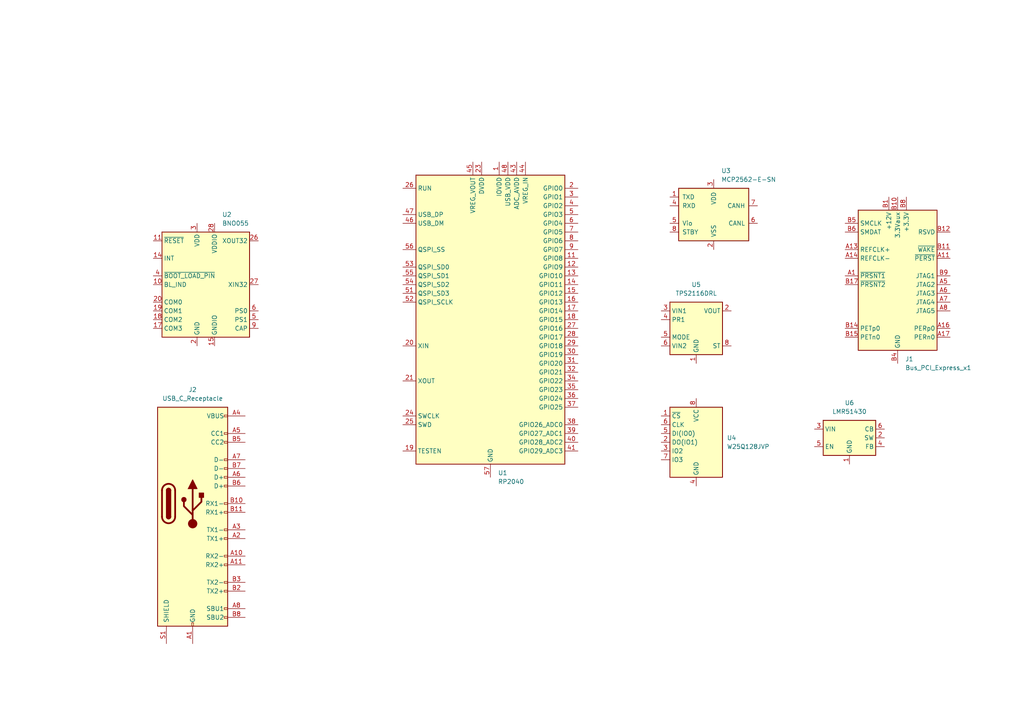
<source format=kicad_sch>
(kicad_sch (version 20231120) (generator "eeschema") (generator_version "8.0")
  (paper "A4")
  (lib_symbols
    (symbol "Connector:Bus_PCI_Express_x1"
      (property "Reference" "J" (at -8.89 22.86 0))
      (property "Value" "Bus_PCI_Express_x1" (at 12.7 22.86 0))
      (symbol "Bus_PCI_Express_x1_0_1"
        (rectangle (start -11.43 21.59) (end 11.43 -19.05) (stroke (width 0.254)) (fill (type background)))
      )
      (symbol "Bus_PCI_Express_x1_1_1"
        (pin passive line (at -15.24 2.54 0) (length 3.81) (name "~{PRSNT1}") (number "A1"))
        (pin passive line (at 2.54 25.4 270) (length 3.81) hide (name "+3.3V") (number "A10"))
        (pin input line (at 15.24 7.62 180) (length 3.81) (name "~{PERST}") (number "A11"))
        (pin passive line (at 0 -22.86 90) (length 3.81) hide (name "GND") (number "A12"))
        (pin input line (at -15.24 10.16 0) (length 3.81) (name "REFCLK+") (number "A13"))
        (pin input line (at -15.24 7.62 0) (length 3.81) (name "REFCLK-") (number "A14"))
        (pin passive line (at 0 -22.86 90) (length 3.81) hide (name "GND") (number "A15"))
        (pin output line (at 15.24 -12.7 180) (length 3.81) (name "PERp0") (number "A16"))
        (pin output line (at 15.24 -15.24 180) (length 3.81) (name "PERn0") (number "A17"))
        (pin passive line (at 0 -22.86 90) (length 3.81) hide (name "GND") (number "A18"))
        (pin passive line (at -2.54 25.4 270) (length 3.81) hide (name "+12V") (number "A2"))
        (pin passive line (at -2.54 25.4 270) (length 3.81) hide (name "+12V") (number "A3"))
        (pin passive line (at 0 -22.86 90) (length 3.81) hide (name "GND") (number "A4"))
        (pin input line (at 15.24 0 180) (length 3.81) (name "JTAG2") (number "A5"))
        (pin input line (at 15.24 -2.54 180) (length 3.81) (name "JTAG3") (number "A6"))
        (pin output line (at 15.24 -5.08 180) (length 3.81) (name "JTAG4") (number "A7"))
        (pin input line (at 15.24 -7.62 180) (length 3.81) (name "JTAG5") (number "A8"))
        (pin passive line (at 2.54 25.4 270) (length 3.81) hide (name "+3.3V") (number "A9"))
        (pin power_in line (at -2.54 25.4 270) (length 3.81) (name "+12V") (number "B1"))
        (pin power_in line (at 0 25.4 270) (length 3.81) (name "3.3Vaux") (number "B10"))
        (pin open_collector line (at 15.24 10.16 180) (length 3.81) (name "~{WAKE}") (number "B11"))
        (pin passive line (at 15.24 15.24 180) (length 3.81) (name "RSVD") (number "B12"))
        (pin passive line (at 0 -22.86 90) (length 3.81) hide (name "GND") (number "B13"))
        (pin input line (at -15.24 -12.7 0) (length 3.81) (name "PETp0") (number "B14"))
        (pin input line (at -15.24 -15.24 0) (length 3.81) (name "PETn0") (number "B15"))
        (pin passive line (at 0 -22.86 90) (length 3.81) hide (name "GND") (number "B16"))
        (pin passive line (at -15.24 0 0) (length 3.81) (name "~{PRSNT2}") (number "B17"))
        (pin passive line (at 0 -22.86 90) (length 3.81) hide (name "GND") (number "B18"))
        (pin passive line (at -2.54 25.4 270) (length 3.81) hide (name "+12V") (number "B2"))
        (pin passive line (at -2.54 25.4 270) (length 3.81) hide (name "+12V") (number "B3"))
        (pin power_in line (at 0 -22.86 90) (length 3.81) (name "GND") (number "B4"))
        (pin input line (at -15.24 17.78 0) (length 3.81) (name "SMCLK") (number "B5"))
        (pin bidirectional line (at -15.24 15.24 0) (length 3.81) (name "SMDAT") (number "B6"))
        (pin passive line (at 0 -22.86 90) (length 3.81) hide (name "GND") (number "B7"))
        (pin power_in line (at 2.54 25.4 270) (length 3.81) (name "+3.3V") (number "B8"))
        (pin input line (at 15.24 2.54 180) (length 3.81) (name "JTAG1") (number "B9"))
      )
    )
    (symbol "Connector:USB_C_Receptacle" (pin_names (offset 1.016))
      (property "Reference" "J" (at -10.16 29.21 0))
      (property "Value" "USB_C_Receptacle" (at 10.16 29.21 0))
      (symbol "USB_C_Receptacle_0_0"
        (rectangle (start -0.254 -35.56) (end 0.254 -34.544))
        (rectangle (start 10.16 -32.766) (end 9.144 -33.274))
        (rectangle (start 10.16 -30.226) (end 9.144 -30.734))
        (rectangle (start 10.16 -25.146) (end 9.144 -25.654))
        (rectangle (start 10.16 -22.606) (end 9.144 -23.114))
        (rectangle (start 10.16 -17.526) (end 9.144 -18.034))
        (rectangle (start 10.16 -14.986) (end 9.144 -15.494))
        (rectangle (start 10.16 -9.906) (end 9.144 -10.414))
        (rectangle (start 10.16 -7.366) (end 9.144 -7.874))
        (rectangle (start 10.16 -2.286) (end 9.144 -2.794))
        (rectangle (start 10.16 0.254) (end 9.144 -0.254))
        (rectangle (start 10.16 5.334) (end 9.144 4.826))
        (rectangle (start 10.16 7.874) (end 9.144 7.366))
        (rectangle (start 10.16 10.414) (end 9.144 9.906))
        (rectangle (start 10.16 12.954) (end 9.144 12.446))
        (rectangle (start 10.16 18.034) (end 9.144 17.526))
        (rectangle (start 10.16 20.574) (end 9.144 20.066))
        (rectangle (start 10.16 25.654) (end 9.144 25.146))
      )
      (symbol "USB_C_Receptacle_0_1"
        (rectangle (start -10.16 27.94) (end 10.16 -35.56) (stroke (width 0.254)) (fill (type background)))
        (arc (start -8.89 -3.81) (mid -6.985 -5.7067) (end -5.08 -3.81) (stroke (width 0.508)))
        (arc (start -7.62 -3.81) (mid -6.985 -4.4423) (end -6.35 -3.81) (stroke (width 0.254)))
        (arc (start -7.62 -3.81) (mid -6.985 -4.4423) (end -6.35 -3.81) (stroke (width 0.254)) (fill (type outline)))
        (rectangle (start -7.62 -3.81) (end -6.35 3.81) (stroke (width 0.254)) (fill (type outline)))
        (arc (start -6.35 3.81) (mid -6.985 4.4423) (end -7.62 3.81) (stroke (width 0.254)))
        (arc (start -6.35 3.81) (mid -6.985 4.4423) (end -7.62 3.81) (stroke (width 0.254)) (fill (type outline)))
        (arc (start -5.08 3.81) (mid -6.985 5.7067) (end -8.89 3.81) (stroke (width 0.508)))
        (polyline (pts (xy -8.89 -3.81) (xy -8.89 3.81)) (stroke (width 0.508)))
        (polyline (pts (xy -5.08 3.81) (xy -5.08 -3.81)) (stroke (width 0.508)))
      )
      (symbol "USB_C_Receptacle_1_1"
        (circle (center -2.54 1.143) (radius 0.635) (stroke (width 0.254)) (fill (type outline)))
        (circle (center 0 -5.842) (radius 1.27) (fill (type outline)))
        (polyline (pts (xy 0 -5.842) (xy 0 4.318)) (stroke (width 0.508)))
        (polyline (pts (xy 0 -3.302) (xy -2.54 -0.762) (xy -2.54 0.508)) (stroke (width 0.508)))
        (polyline (pts (xy 0 -2.032) (xy 2.54 0.508) (xy 2.54 1.778)) (stroke (width 0.508)))
        (polyline (pts (xy -1.27 4.318) (xy 0 6.858) (xy 1.27 4.318) (xy -1.27 4.318)) (stroke (width 0.254)) (fill (type outline)))
        (rectangle (start 1.905 1.778) (end 3.175 3.048) (stroke (width 0.254)) (fill (type outline)))
        (pin passive line (at 0 -40.64 90) (length 5.08) (name "GND") (number "A1"))
        (pin bidirectional line (at 15.24 -15.24 180) (length 5.08) (name "RX2-") (number "A10"))
        (pin bidirectional line (at 15.24 -17.78 180) (length 5.08) (name "RX2+") (number "A11"))
        (pin passive line (at 0 -40.64 90) (length 5.08) hide (name "GND") (number "A12"))
        (pin bidirectional line (at 15.24 -10.16 180) (length 5.08) (name "TX1+") (number "A2"))
        (pin bidirectional line (at 15.24 -7.62 180) (length 5.08) (name "TX1-") (number "A3"))
        (pin passive line (at 15.24 25.4 180) (length 5.08) (name "VBUS") (number "A4"))
        (pin bidirectional line (at 15.24 20.32 180) (length 5.08) (name "CC1") (number "A5"))
        (pin bidirectional line (at 15.24 7.62 180) (length 5.08) (name "D+") (number "A6"))
        (pin bidirectional line (at 15.24 12.7 180) (length 5.08) (name "D-") (number "A7"))
        (pin bidirectional line (at 15.24 -30.48 180) (length 5.08) (name "SBU1") (number "A8"))
        (pin passive line (at 15.24 25.4 180) (length 5.08) hide (name "VBUS") (number "A9"))
        (pin passive line (at 0 -40.64 90) (length 5.08) hide (name "GND") (number "B1"))
        (pin bidirectional line (at 15.24 0 180) (length 5.08) (name "RX1-") (number "B10"))
        (pin bidirectional line (at 15.24 -2.54 180) (length 5.08) (name "RX1+") (number "B11"))
        (pin passive line (at 0 -40.64 90) (length 5.08) hide (name "GND") (number "B12"))
        (pin bidirectional line (at 15.24 -25.4 180) (length 5.08) (name "TX2+") (number "B2"))
        (pin bidirectional line (at 15.24 -22.86 180) (length 5.08) (name "TX2-") (number "B3"))
        (pin passive line (at 15.24 25.4 180) (length 5.08) hide (name "VBUS") (number "B4"))
        (pin bidirectional line (at 15.24 17.78 180) (length 5.08) (name "CC2") (number "B5"))
        (pin bidirectional line (at 15.24 5.08 180) (length 5.08) (name "D+") (number "B6"))
        (pin bidirectional line (at 15.24 10.16 180) (length 5.08) (name "D-") (number "B7"))
        (pin bidirectional line (at 15.24 -33.02 180) (length 5.08) (name "SBU2") (number "B8"))
        (pin passive line (at 15.24 25.4 180) (length 5.08) hide (name "VBUS") (number "B9"))
        (pin passive line (at -7.62 -40.64 90) (length 5.08) (name "SHIELD") (number "S1"))
      )
    )
    (symbol "Interface_CAN_LIN:MCP2562-E-SN" (pin_names (offset 1.016))
      (property "Reference" "U" (at -10.16 8.89 0))
      (property "Value" "MCP2562-E-SN" (at 2.54 8.89 0))
      (symbol "MCP2562-E-SN_0_1"
        (rectangle (start -10.16 7.62) (end 10.16 -7.62) (stroke (width 0.254)) (fill (type background)))
      )
      (symbol "MCP2562-E-SN_1_1"
        (pin input line (at -12.7 5.08 0) (length 2.54) (name "TXD") (number "1"))
        (pin power_in line (at 0 -10.16 90) (length 2.54) (name "VSS") (number "2"))
        (pin power_in line (at 0 10.16 270) (length 2.54) (name "VDD") (number "3"))
        (pin output line (at -12.7 2.54 0) (length 2.54) (name "RXD") (number "4"))
        (pin power_in line (at -12.7 -2.54 0) (length 2.54) (name "Vio") (number "5"))
        (pin bidirectional line (at 12.7 -2.54 180) (length 2.54) (name "CANL") (number "6"))
        (pin bidirectional line (at 12.7 2.54 180) (length 2.54) (name "CANH") (number "7"))
        (pin input line (at -12.7 -5.08 0) (length 2.54) (name "STBY") (number "8"))
      )
    )
    (symbol "MCU_RaspberryPi:RP2040"
      (property "Reference" "U" (at 17.78 45.72 0))
      (property "Value" "RP2040" (at 17.78 43.18 0))
      (symbol "RP2040_0_1"
        (rectangle (start -21.59 41.91) (end 21.59 -41.91) (stroke (width 0.254)) (fill (type background)))
      )
      (symbol "RP2040_1_1"
        (pin power_in line (at 2.54 45.72 270) (length 3.81) (name "IOVDD") (number "1"))
        (pin passive line (at 2.54 45.72 270) (length 3.81) hide (name "IOVDD") (number "10"))
        (pin bidirectional line (at 25.4 17.78 180) (length 3.81) (name "GPIO8") (number "11"))
        (pin bidirectional line (at 25.4 15.24 180) (length 3.81) (name "GPIO9") (number "12"))
        (pin bidirectional line (at 25.4 12.7 180) (length 3.81) (name "GPIO10") (number "13"))
        (pin bidirectional line (at 25.4 10.16 180) (length 3.81) (name "GPIO11") (number "14"))
        (pin bidirectional line (at 25.4 7.62 180) (length 3.81) (name "GPIO12") (number "15"))
        (pin bidirectional line (at 25.4 5.08 180) (length 3.81) (name "GPIO13") (number "16"))
        (pin bidirectional line (at 25.4 2.54 180) (length 3.81) (name "GPIO14") (number "17"))
        (pin bidirectional line (at 25.4 0 180) (length 3.81) (name "GPIO15") (number "18"))
        (pin input line (at -25.4 -38.1 0) (length 3.81) (name "TESTEN") (number "19"))
        (pin bidirectional line (at 25.4 38.1 180) (length 3.81) (name "GPIO0") (number "2"))
        (pin input line (at -25.4 -7.62 0) (length 3.81) (name "XIN") (number "20"))
        (pin passive line (at -25.4 -17.78 0) (length 3.81) (name "XOUT") (number "21"))
        (pin passive line (at 2.54 45.72 270) (length 3.81) hide (name "IOVDD") (number "22"))
        (pin power_in line (at -2.54 45.72 270) (length 3.81) (name "DVDD") (number "23"))
        (pin input line (at -25.4 -27.94 0) (length 3.81) (name "SWCLK") (number "24"))
        (pin bidirectional line (at -25.4 -30.48 0) (length 3.81) (name "SWD") (number "25"))
        (pin input line (at -25.4 38.1 0) (length 3.81) (name "RUN") (number "26"))
        (pin bidirectional line (at 25.4 -2.54 180) (length 3.81) (name "GPIO16") (number "27"))
        (pin bidirectional line (at 25.4 -5.08 180) (length 3.81) (name "GPIO17") (number "28"))
        (pin bidirectional line (at 25.4 -7.62 180) (length 3.81) (name "GPIO18") (number "29"))
        (pin bidirectional line (at 25.4 35.56 180) (length 3.81) (name "GPIO1") (number "3"))
        (pin bidirectional line (at 25.4 -10.16 180) (length 3.81) (name "GPIO19") (number "30"))
        (pin bidirectional line (at 25.4 -12.7 180) (length 3.81) (name "GPIO20") (number "31"))
        (pin bidirectional line (at 25.4 -15.24 180) (length 3.81) (name "GPIO21") (number "32"))
        (pin passive line (at 2.54 45.72 270) (length 3.81) hide (name "IOVDD") (number "33"))
        (pin bidirectional line (at 25.4 -17.78 180) (length 3.81) (name "GPIO22") (number "34"))
        (pin bidirectional line (at 25.4 -20.32 180) (length 3.81) (name "GPIO23") (number "35"))
        (pin bidirectional line (at 25.4 -22.86 180) (length 3.81) (name "GPIO24") (number "36"))
        (pin bidirectional line (at 25.4 -25.4 180) (length 3.81) (name "GPIO25") (number "37"))
        (pin bidirectional line (at 25.4 -30.48 180) (length 3.81) (name "GPIO26_ADC0") (number "38"))
        (pin bidirectional line (at 25.4 -33.02 180) (length 3.81) (name "GPIO27_ADC1") (number "39"))
        (pin bidirectional line (at 25.4 33.02 180) (length 3.81) (name "GPIO2") (number "4"))
        (pin bidirectional line (at 25.4 -35.56 180) (length 3.81) (name "GPIO28_ADC2") (number "40"))
        (pin bidirectional line (at 25.4 -38.1 180) (length 3.81) (name "GPIO29_ADC3") (number "41"))
        (pin passive line (at 2.54 45.72 270) (length 3.81) hide (name "IOVDD") (number "42"))
        (pin power_in line (at 7.62 45.72 270) (length 3.81) (name "ADC_AVDD") (number "43"))
        (pin power_in line (at 10.16 45.72 270) (length 3.81) (name "VREG_IN") (number "44"))
        (pin power_out line (at -5.08 45.72 270) (length 3.81) (name "VREG_VOUT") (number "45"))
        (pin bidirectional line (at -25.4 27.94 0) (length 3.81) (name "USB_DM") (number "46"))
        (pin bidirectional line (at -25.4 30.48 0) (length 3.81) (name "USB_DP") (number "47"))
        (pin power_in line (at 5.08 45.72 270) (length 3.81) (name "USB_VDD") (number "48"))
        (pin passive line (at 2.54 45.72 270) (length 3.81) hide (name "IOVDD") (number "49"))
        (pin bidirectional line (at 25.4 30.48 180) (length 3.81) (name "GPIO3") (number "5"))
        (pin passive line (at -2.54 45.72 270) (length 3.81) hide (name "DVDD") (number "50"))
        (pin bidirectional line (at -25.4 7.62 0) (length 3.81) (name "QSPI_SD3") (number "51"))
        (pin output line (at -25.4 5.08 0) (length 3.81) (name "QSPI_SCLK") (number "52"))
        (pin bidirectional line (at -25.4 15.24 0) (length 3.81) (name "QSPI_SD0") (number "53"))
        (pin bidirectional line (at -25.4 10.16 0) (length 3.81) (name "QSPI_SD2") (number "54"))
        (pin bidirectional line (at -25.4 12.7 0) (length 3.81) (name "QSPI_SD1") (number "55"))
        (pin bidirectional line (at -25.4 20.32 0) (length 3.81) (name "QSPI_SS") (number "56"))
        (pin power_in line (at 0 -45.72 90) (length 3.81) (name "GND") (number "57"))
        (pin bidirectional line (at 25.4 27.94 180) (length 3.81) (name "GPIO4") (number "6"))
        (pin bidirectional line (at 25.4 25.4 180) (length 3.81) (name "GPIO5") (number "7"))
        (pin bidirectional line (at 25.4 22.86 180) (length 3.81) (name "GPIO6") (number "8"))
        (pin bidirectional line (at 25.4 20.32 180) (length 3.81) (name "GPIO7") (number "9"))
      )
    )
    (symbol "Memory_Flash:W25Q128JVP"
      (property "Reference" "U" (at -6.35 11.43 0))
      (property "Value" "W25Q128JVP" (at 7.62 11.43 0))
      (symbol "W25Q128JVP_0_1"
        (rectangle (start -7.62 10.16) (end 7.62 -10.16) (stroke (width 0.254)) (fill (type background)))
      )
      (symbol "W25Q128JVP_1_1"
        (pin input line (at -10.16 7.62 0) (length 2.54) (name "~{CS}") (number "1"))
        (pin bidirectional line (at -10.16 0 0) (length 2.54) (name "DO(IO1)") (number "2"))
        (pin bidirectional line (at -10.16 -2.54 0) (length 2.54) (name "IO2") (number "3"))
        (pin power_in line (at 0 -12.7 90) (length 2.54) (name "GND") (number "4"))
        (pin bidirectional line (at -10.16 2.54 0) (length 2.54) (name "DI(IO0)") (number "5"))
        (pin input line (at -10.16 5.08 0) (length 2.54) (name "CLK") (number "6"))
        (pin bidirectional line (at -10.16 -5.08 0) (length 2.54) (name "IO3") (number "7"))
        (pin power_in line (at 0 12.7 270) (length 2.54) (name "VCC") (number "8"))
      )
    )
    (symbol "Power_Management:TPS2116DRL"
      (property "Reference" "U" (at -7.874 9.144 0))
      (property "Value" "TPS2116DRL" (at 0.508 -8.89 0))
      (symbol "TPS2116DRL_0_1"
        (rectangle (start -7.62 7.62) (end 7.62 -7.62) (stroke (width 0.254)) (fill (type background)))
      )
      (symbol "TPS2116DRL_1_0"
        (pin power_out line (at 10.16 5.08 180) (length 2.54) hide (name "VOUT") (number "7"))
      )
      (symbol "TPS2116DRL_1_1"
        (pin power_in line (at 0 -10.16 90) (length 2.54) (name "GND") (number "1"))
        (pin power_out line (at 10.16 5.08 180) (length 2.54) (name "VOUT") (number "2"))
        (pin power_in line (at -10.16 5.08 0) (length 2.54) (name "VIN1") (number "3"))
        (pin input line (at -10.16 2.54 0) (length 2.54) (name "PR1") (number "4"))
        (pin input line (at -10.16 -2.54 0) (length 2.54) (name "MODE") (number "5"))
        (pin power_in line (at -10.16 -5.08 0) (length 2.54) (name "VIN2") (number "6"))
        (pin open_collector line (at 10.16 -5.08 180) (length 2.54) (name "ST") (number "8"))
      )
    )
    (symbol "Regulator_Switching:LMR51430"
      (property "Reference" "U" (at -7.62 6.35 0))
      (property "Value" "LMR51430" (at 0 6.35 0))
      (symbol "LMR51430_0_1"
        (rectangle (start -7.62 5.08) (end 7.62 -5.08) (stroke (width 0.254)) (fill (type background)))
      )
      (symbol "LMR51430_1_1"
        (pin power_in line (at 0 -7.62 90) (length 2.54) (name "GND") (number "1"))
        (pin power_out line (at 10.16 0 180) (length 2.54) (name "SW") (number "2"))
        (pin power_in line (at -10.16 2.54 0) (length 2.54) (name "VIN") (number "3"))
        (pin input line (at 10.16 -2.54 180) (length 2.54) (name "FB") (number "4"))
        (pin input line (at -10.16 -2.54 0) (length 2.54) (name "EN") (number "5"))
        (pin passive line (at 10.16 2.54 180) (length 2.54) (name "CB") (number "6"))
      )
    )
    (symbol "Sensor_Motion:BNO055"
      (property "Reference" "U" (at -11.43 16.51 0))
      (property "Value" "BNO055" (at 12.7 16.51 0))
      (symbol "BNO055_0_1"
        (rectangle (start -12.7 15.24) (end 12.7 -15.24) (stroke (width 0.254)) (fill (type background)))
      )
      (symbol "BNO055_1_1"
        (pin no_connect line (at -12.7 10.16 0) (length 2.54) hide (name "PIN1") (number "1"))
        (pin output line (at -15.24 0 0) (length 2.54) (name "BL_IND") (number "10"))
        (pin input line (at -15.24 12.7 0) (length 2.54) (name "~{RESET}") (number "11"))
        (pin no_connect line (at 12.7 10.16 180) (length 2.54) hide (name "PIN12") (number "12"))
        (pin no_connect line (at 12.7 7.62 180) (length 2.54) hide (name "PIN13") (number "13"))
        (pin output line (at -15.24 7.62 0) (length 2.54) (name "INT") (number "14"))
        (pin power_in line (at 2.54 -17.78 90) (length 2.54) (name "GNDIO") (number "15"))
        (pin passive line (at 2.54 -17.78 90) (length 2.54) hide (name "GNDIO") (number "16"))
        (pin input line (at -15.24 -12.7 0) (length 2.54) (name "COM3") (number "17"))
        (pin passive line (at -15.24 -10.16 0) (length 2.54) (name "COM2") (number "18"))
        (pin bidirectional line (at -15.24 -7.62 0) (length 2.54) (name "COM1") (number "19"))
        (pin power_in line (at -2.54 -17.78 90) (length 2.54) (name "GND") (number "2"))
        (pin bidirectional line (at -15.24 -5.08 0) (length 2.54) (name "COM0") (number "20"))
        (pin no_connect line (at 12.7 5.08 180) (length 2.54) hide (name "PIN21") (number "21"))
        (pin no_connect line (at 12.7 2.54 180) (length 2.54) hide (name "PIN22") (number "22"))
        (pin no_connect line (at 12.7 -2.54 180) (length 2.54) hide (name "PIN23") (number "23"))
        (pin no_connect line (at 12.7 -5.08 180) (length 2.54) hide (name "PIN24") (number "24"))
        (pin passive line (at 2.54 -17.78 90) (length 2.54) hide (name "GNDIO") (number "25"))
        (pin output line (at 15.24 12.7 180) (length 2.54) (name "XOUT32") (number "26"))
        (pin input line (at 15.24 0 180) (length 2.54) (name "XIN32") (number "27"))
        (pin power_in line (at 2.54 17.78 270) (length 2.54) (name "VDDIO") (number "28"))
        (pin power_in line (at -2.54 17.78 270) (length 2.54) (name "VDD") (number "3"))
        (pin input line (at -15.24 2.54 0) (length 2.54) (name "~{BOOT_LOAD_PIN}") (number "4"))
        (pin input line (at 15.24 -10.16 180) (length 2.54) (name "PS1") (number "5"))
        (pin input line (at 15.24 -7.62 180) (length 2.54) (name "PS0") (number "6"))
        (pin no_connect line (at -12.7 5.08 0) (length 2.54) hide (name "PIN7") (number "7"))
        (pin no_connect line (at -12.7 -2.54 0) (length 2.54) hide (name "PIN8") (number "8"))
        (pin passive line (at 15.24 -12.7 180) (length 2.54) (name "CAP") (number "9"))
      )
    )
  )
  (symbol (lib_id "Sensor_Motion:BNO055") (at 59.69 82.55 0) (unit 1)
    (property "Reference" "U2" (at 64.4241 62.23 0) (effects (justify left)))
    (property "Value" "BNO055" (at 64.4241 64.77 0) (effects (justify left)))
    (property "Footprint" "Package_LGA:LGA-28_5.2x3.8mm_P0.5mm" (effects (hide yes)))
    (property "Datasheet" "https://www.bosch-sensortec.com/media/boschsensortec/downloads/datasheets/bst-bno055-ds000.pdf" (effects (hide yes)))
    (property "Description" "Intelligent 9-axis absolute orientation sensor, LGA-28" (effects (hide yes)))
    (property "LCSC" "C93216" (effects (hide yes)))
    (property "basic?" "no" (effects (hide yes)))
    (property "jlc link" "https://jlcpcb.com/partdetail/BoschSensortec-BNO055/C93216" (effects (hide yes)))
    (property "price" "C$14.0435 " (effects (hide yes)))
  )
  (symbol (lib_id "Regulator_Switching:LMR51430") (at 246.38 127 0) (unit 1)
    (property "Reference" "U6" (at 246.38 116.84 0))
    (property "Value" "LMR51430" (at 246.38 119.38 0))
    (property "Footprint" "Package_TO_SOT_SMD:SOT-23-6" (effects (hide yes)))
    (property "Datasheet" "https://www.ti.com/lit/ds/symlink/lmr51430.pdf" (effects (hide yes)))
    (property "Description" "4.5-V to 36-V, 3-A synchronous buck converter with 40-µA IQ, SOT-23-6" (effects (hide yes)))
  )
  (symbol (lib_id "Power_Management:TPS2116DRL") (at 201.93 95.25 0) (unit 1)
    (property "Reference" "U5" (at 201.93 82.55 0))
    (property "Value" "TPS2116DRL" (at 201.93 85.09 0))
    (property "Footprint" "Package_TO_SOT_SMD:SOT-583-8" (effects (hide yes)))
    (property "Datasheet" "https://www.ti.com/lit/ds/symlink/tps2116.pdf" (effects (hide yes)))
    (property "Description" "2 Channnels Power Mux with Manual and Priority Switchover, 1.6-5.5V Input Voltage, 2.5A Output Current, Ron 40 mOhm, SOT-583-8" (effects (hide yes)))
  )
  (symbol (lib_id "MCU_RaspberryPi:RP2040") (at 142.24 92.71 0) (unit 1)
    (property "Reference" "U1" (at 144.4341 137.16 0) (effects (justify left)))
    (property "Value" "RP2040" (at 144.4341 139.7 0) (effects (justify left)))
    (property "Footprint" "Package_DFN_QFN:QFN-56-1EP_7x7mm_P0.4mm_EP3.2x3.2mm" (effects (hide yes)))
    (property "Datasheet" "https://datasheets.raspberrypi.com/rp2040/rp2040-datasheet.pdf" (effects (hide yes)))
    (property "Description" "A microcontroller by Raspberry Pi" (effects (hide yes)))
    (property "LCSC" "C2040 Copy " (effects (hide yes)))
    (property "basic?" "no" (effects (hide yes)))
    (property "jlc link" "https://jlcpcb.com/parts/componentSearch?searchTxt=rp2040" (effects (hide yes)))
    (property "price" "C$1.4190 " (effects (hide yes)))
  )
  (symbol (lib_id "Connector:Bus_PCI_Express_x1") (at 260.35 82.55 0) (unit 1)
    (property "Reference" "J1" (at 262.5441 104.14 0) (effects (justify left)))
    (property "Value" "Bus_PCI_Express_x1" (at 262.5441 106.68 0) (effects (justify left)))
    (property "Footprint" "Connector_PCBEdge:BUS_PCIexpress_x1" (effects (hide yes)))
    (property "Datasheet" "http://www.ritrontek.com/uploadfile/2016/1026/20161026105231124.pdf#page=63" (effects (hide yes)))
    (property "Description" "PCI Express bus connector x1" (effects (hide yes)))
    (property "LCSC" "n/a" (effects (hide yes)))
    (property "basic?" "n/a" (effects (hide yes)))
    (property "jlc link" "n/a" (effects (hide yes)))
    (property "price" "n/a" (effects (hide yes)))
  )
  (symbol (lib_id "Memory_Flash:W25Q128JVP") (at 201.93 128.27 0) (unit 1)
    (property "Reference" "U4" (at 210.82 126.9999 0) (effects (justify left)))
    (property "Value" "W25Q128JVP" (at 210.82 129.5399 0) (effects (justify left)))
    (property "Footprint" "Package_SON:WSON-8-1EP_6x5mm_P1.27mm_EP3.4x4.3mm" (effects (hide yes)))
    (property "Datasheet" "https://www.winbond.com/resource-files/w25q128jv_dtr%20revc%2003272018%20plus.pdf" (effects (hide yes)))
    (property "Description" "128Mb Serial Flash Memory, Standard/Dual/Quad SPI, WSON-8" (effects (hide yes)))
    (property "LCSC" "C190862" (effects (hide yes)))
    (property "basic?" "no" (effects (hide yes)))
    (property "jlc link" "https://jlcpcb.com/partdetail/WinbondElec-W25Q128JVPIQ/C190862" (effects (hide yes)))
    (property "price" "C$1.0737 " (effects (hide yes)))
  )
  (symbol (lib_id "Connector:USB_C_Receptacle") (at 55.88 146.05 0) (unit 1)
    (property "Reference" "J2" (at 55.88 113.03 0))
    (property "Value" "USB_C_Receptacle" (at 55.88 115.57 0))
    (property "Footprint" "Connector_USB:USB_C_Receptacle_Amphenol_12401548E4-2A" (effects (hide yes)))
    (property "Datasheet" "https://www.usb.org/sites/default/files/documents/usb_type-c.zip" (effects (hide yes)))
    (property "Description" "USB Full-Featured Type-C Receptacle connector" (effects (hide yes)))
    (property "LCSC" "n/a" (effects (hide yes)))
    (property "basic?" "n/a" (effects (hide yes)))
    (property "jlc link" "n/a" (effects (hide yes)))
    (property "price" "n/a" (effects (hide yes)))
  )
  (symbol (lib_id "Interface_CAN_LIN:MCP2562-E-SN") (at 207.01 62.23 0) (unit 1)
    (property "Reference" "U3" (at 209.2041 49.53 0) (effects (justify left)))
    (property "Value" "MCP2562-E-SN" (at 209.2041 52.07 0) (effects (justify left)))
    (property "Footprint" "Package_SO:SOIC-8_3.9x4.9mm_P1.27mm" (effects (hide yes)))
    (property "Datasheet" "http://ww1.microchip.com/downloads/en/DeviceDoc/25167A.pdf" (effects (hide yes)))
    (property "Description" "High-Speed CAN Transceiver, 1Mbps, 5V supply, Vio pin, -40C to +125C, SOIC-8" (effects (hide yes)))
  )
)
</source>
